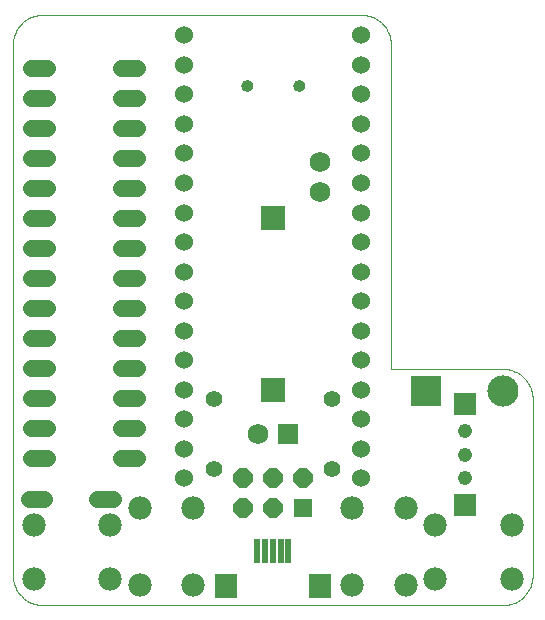
<source format=gts>
G75*
G70*
%OFA0B0*%
%FSLAX24Y24*%
%IPPOS*%
%LPD*%
%AMOC8*
5,1,8,0,0,1.08239X$1,22.5*
%
%ADD10C,0.0000*%
%ADD11C,0.0600*%
%ADD12R,0.0800X0.0800*%
%ADD13R,0.0690X0.0690*%
%ADD14C,0.0690*%
%ADD15R,0.1040X0.1040*%
%ADD16C,0.1040*%
%ADD17R,0.0197X0.0827*%
%ADD18R,0.0749X0.0788*%
%ADD19C,0.0560*%
%ADD20C,0.0780*%
%ADD21C,0.0555*%
%ADD22R,0.0749X0.0749*%
%ADD23C,0.0476*%
%ADD24OC8,0.0640*%
%ADD25R,0.0640X0.0640*%
%ADD26C,0.0394*%
D10*
X001269Y001047D02*
X016592Y001047D01*
X016652Y001049D01*
X016713Y001054D01*
X016772Y001063D01*
X016831Y001076D01*
X016890Y001092D01*
X016947Y001112D01*
X017002Y001135D01*
X017057Y001162D01*
X017109Y001191D01*
X017160Y001224D01*
X017209Y001260D01*
X017255Y001298D01*
X017299Y001340D01*
X017341Y001384D01*
X017379Y001430D01*
X017415Y001479D01*
X017448Y001530D01*
X017477Y001582D01*
X017504Y001637D01*
X017527Y001692D01*
X017547Y001749D01*
X017563Y001808D01*
X017576Y001867D01*
X017585Y001926D01*
X017590Y001987D01*
X017592Y002047D01*
X017592Y007921D01*
X017590Y007981D01*
X017585Y008042D01*
X017576Y008101D01*
X017563Y008160D01*
X017547Y008219D01*
X017527Y008276D01*
X017504Y008331D01*
X017477Y008386D01*
X017448Y008438D01*
X017415Y008489D01*
X017379Y008538D01*
X017341Y008584D01*
X017299Y008628D01*
X017255Y008670D01*
X017209Y008708D01*
X017160Y008744D01*
X017109Y008777D01*
X017057Y008806D01*
X017002Y008833D01*
X016947Y008856D01*
X016890Y008876D01*
X016831Y008892D01*
X016772Y008905D01*
X016713Y008914D01*
X016652Y008919D01*
X016592Y008921D01*
X012867Y008921D01*
X012867Y019732D01*
X012865Y019792D01*
X012860Y019853D01*
X012851Y019912D01*
X012838Y019971D01*
X012822Y020030D01*
X012802Y020087D01*
X012779Y020142D01*
X012752Y020197D01*
X012723Y020249D01*
X012690Y020300D01*
X012654Y020349D01*
X012616Y020395D01*
X012574Y020439D01*
X012530Y020481D01*
X012484Y020519D01*
X012435Y020555D01*
X012384Y020588D01*
X012332Y020617D01*
X012277Y020644D01*
X012222Y020667D01*
X012165Y020687D01*
X012106Y020703D01*
X012047Y020716D01*
X011988Y020725D01*
X011927Y020730D01*
X011867Y020732D01*
X001269Y020732D01*
X001209Y020730D01*
X001148Y020725D01*
X001089Y020716D01*
X001030Y020703D01*
X000971Y020687D01*
X000914Y020667D01*
X000859Y020644D01*
X000804Y020617D01*
X000752Y020588D01*
X000701Y020555D01*
X000652Y020519D01*
X000606Y020481D01*
X000562Y020439D01*
X000520Y020395D01*
X000482Y020349D01*
X000446Y020300D01*
X000413Y020249D01*
X000384Y020197D01*
X000357Y020142D01*
X000334Y020087D01*
X000314Y020030D01*
X000298Y019971D01*
X000285Y019912D01*
X000276Y019853D01*
X000271Y019792D01*
X000269Y019732D01*
X000269Y002047D01*
X000271Y001987D01*
X000276Y001926D01*
X000285Y001867D01*
X000298Y001808D01*
X000314Y001749D01*
X000334Y001692D01*
X000357Y001637D01*
X000384Y001582D01*
X000413Y001530D01*
X000446Y001479D01*
X000482Y001430D01*
X000520Y001384D01*
X000562Y001340D01*
X000606Y001298D01*
X000652Y001260D01*
X000701Y001224D01*
X000752Y001191D01*
X000804Y001162D01*
X000859Y001135D01*
X000914Y001112D01*
X000971Y001092D01*
X001030Y001076D01*
X001089Y001063D01*
X001148Y001054D01*
X001209Y001049D01*
X001269Y001047D01*
X007887Y018370D02*
X007889Y018396D01*
X007895Y018422D01*
X007905Y018447D01*
X007918Y018470D01*
X007934Y018490D01*
X007954Y018508D01*
X007976Y018523D01*
X007999Y018535D01*
X008025Y018543D01*
X008051Y018547D01*
X008077Y018547D01*
X008103Y018543D01*
X008129Y018535D01*
X008153Y018523D01*
X008174Y018508D01*
X008194Y018490D01*
X008210Y018470D01*
X008223Y018447D01*
X008233Y018422D01*
X008239Y018396D01*
X008241Y018370D01*
X008239Y018344D01*
X008233Y018318D01*
X008223Y018293D01*
X008210Y018270D01*
X008194Y018250D01*
X008174Y018232D01*
X008152Y018217D01*
X008129Y018205D01*
X008103Y018197D01*
X008077Y018193D01*
X008051Y018193D01*
X008025Y018197D01*
X007999Y018205D01*
X007975Y018217D01*
X007954Y018232D01*
X007934Y018250D01*
X007918Y018270D01*
X007905Y018293D01*
X007895Y018318D01*
X007889Y018344D01*
X007887Y018370D01*
X009619Y018370D02*
X009621Y018396D01*
X009627Y018422D01*
X009637Y018447D01*
X009650Y018470D01*
X009666Y018490D01*
X009686Y018508D01*
X009708Y018523D01*
X009731Y018535D01*
X009757Y018543D01*
X009783Y018547D01*
X009809Y018547D01*
X009835Y018543D01*
X009861Y018535D01*
X009885Y018523D01*
X009906Y018508D01*
X009926Y018490D01*
X009942Y018470D01*
X009955Y018447D01*
X009965Y018422D01*
X009971Y018396D01*
X009973Y018370D01*
X009971Y018344D01*
X009965Y018318D01*
X009955Y018293D01*
X009942Y018270D01*
X009926Y018250D01*
X009906Y018232D01*
X009884Y018217D01*
X009861Y018205D01*
X009835Y018197D01*
X009809Y018193D01*
X009783Y018193D01*
X009757Y018197D01*
X009731Y018205D01*
X009707Y018217D01*
X009686Y018232D01*
X009666Y018250D01*
X009650Y018270D01*
X009637Y018293D01*
X009627Y018318D01*
X009621Y018344D01*
X009619Y018370D01*
D11*
X011883Y018074D03*
X011883Y017090D03*
X011883Y016106D03*
X011883Y015121D03*
X011883Y014137D03*
X011883Y013153D03*
X011883Y012169D03*
X011883Y011184D03*
X011883Y010200D03*
X011883Y009216D03*
X011883Y008232D03*
X011883Y007247D03*
X011883Y006263D03*
X011883Y005279D03*
X005977Y005279D03*
X005977Y006263D03*
X005977Y007247D03*
X005977Y008232D03*
X005977Y009216D03*
X005977Y010200D03*
X005977Y011184D03*
X005977Y012169D03*
X005977Y013153D03*
X005977Y014137D03*
X005977Y015121D03*
X005977Y016106D03*
X005977Y017090D03*
X005977Y018074D03*
X005977Y019058D03*
X005977Y020043D03*
X011883Y020043D03*
X011883Y019058D03*
D12*
X008930Y013961D03*
X008930Y008211D03*
D13*
X009430Y006755D03*
D14*
X008430Y006755D03*
X010505Y014826D03*
X010505Y015826D03*
D15*
X014048Y008177D03*
D16*
X016607Y008177D03*
D17*
X009442Y002858D03*
X009186Y002858D03*
X008930Y002858D03*
X008674Y002858D03*
X008418Y002858D03*
D18*
X007355Y001696D03*
X010505Y001696D03*
D19*
X004391Y005964D02*
X003871Y005964D01*
X003871Y006964D02*
X004391Y006964D01*
X004391Y007964D02*
X003871Y007964D01*
X003871Y008964D02*
X004391Y008964D01*
X004391Y009964D02*
X003871Y009964D01*
X003871Y010964D02*
X004391Y010964D01*
X004391Y011964D02*
X003871Y011964D01*
X003871Y012964D02*
X004391Y012964D01*
X004391Y013964D02*
X003871Y013964D01*
X003871Y014964D02*
X004391Y014964D01*
X004391Y015964D02*
X003871Y015964D01*
X003871Y016964D02*
X004391Y016964D01*
X004391Y017964D02*
X003871Y017964D01*
X003871Y018964D02*
X004391Y018964D01*
X001391Y018964D02*
X000871Y018964D01*
X000871Y017964D02*
X001391Y017964D01*
X001391Y016964D02*
X000871Y016964D01*
X000871Y015964D02*
X001391Y015964D01*
X001391Y014964D02*
X000871Y014964D01*
X000871Y013964D02*
X001391Y013964D01*
X001391Y012964D02*
X000871Y012964D01*
X000871Y011964D02*
X001391Y011964D01*
X001391Y010964D02*
X000871Y010964D01*
X000871Y009964D02*
X001391Y009964D01*
X001391Y008964D02*
X000871Y008964D01*
X000871Y007964D02*
X001391Y007964D01*
X001391Y006964D02*
X000871Y006964D01*
X000871Y005964D02*
X001391Y005964D01*
X001316Y004590D02*
X000796Y004590D01*
X003084Y004590D02*
X003604Y004590D01*
D20*
X003517Y003708D03*
X004497Y004295D03*
X006277Y004295D03*
X006277Y001735D03*
X004497Y001735D03*
X003517Y001928D03*
X000957Y001928D03*
X000957Y003708D03*
X011584Y004295D03*
X013364Y004295D03*
X014343Y003708D03*
X014343Y001928D03*
X013364Y001735D03*
X011584Y001735D03*
X016903Y001928D03*
X016903Y003708D03*
D21*
X010899Y005574D03*
X010899Y007936D03*
X006962Y007936D03*
X006962Y005574D03*
D22*
X015328Y004393D03*
X015328Y007740D03*
D23*
X015328Y006854D03*
X015328Y006066D03*
X015328Y005279D03*
D24*
X009930Y005287D03*
X008930Y005287D03*
X008930Y004287D03*
X007930Y004287D03*
X007930Y005287D03*
D25*
X009930Y004287D03*
D26*
X009796Y018370D03*
X008064Y018370D03*
M02*

</source>
